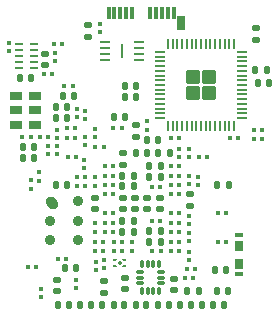
<source format=gbp>
%TF.GenerationSoftware,KiCad,Pcbnew,9.0.0*%
%TF.CreationDate,2025-04-07T10:45:10-04:00*%
%TF.ProjectId,Expansion_Card_Retrofit,45787061-6e73-4696-9f6e-5f436172645f,X1*%
%TF.SameCoordinates,Original*%
%TF.FileFunction,Paste,Bot*%
%TF.FilePolarity,Positive*%
%FSLAX45Y45*%
G04 Gerber Fmt 4.5, Leading zero omitted, Abs format (unit mm)*
G04 Created by KiCad (PCBNEW 9.0.0) date 2025-04-07 10:45:10*
%MOMM*%
%LPD*%
G01*
G04 APERTURE LIST*
G04 Aperture macros list*
%AMRoundRect*
0 Rectangle with rounded corners*
0 $1 Rounding radius*
0 $2 $3 $4 $5 $6 $7 $8 $9 X,Y pos of 4 corners*
0 Add a 4 corners polygon primitive as box body*
4,1,4,$2,$3,$4,$5,$6,$7,$8,$9,$2,$3,0*
0 Add four circle primitives for the rounded corners*
1,1,$1+$1,$2,$3*
1,1,$1+$1,$4,$5*
1,1,$1+$1,$6,$7*
1,1,$1+$1,$8,$9*
0 Add four rect primitives between the rounded corners*
20,1,$1+$1,$2,$3,$4,$5,0*
20,1,$1+$1,$4,$5,$6,$7,0*
20,1,$1+$1,$6,$7,$8,$9,0*
20,1,$1+$1,$8,$9,$2,$3,0*%
%AMHorizOval*
0 Thick line with rounded ends*
0 $1 width*
0 $2 $3 position (X,Y) of the first rounded end (center of the circle)*
0 $4 $5 position (X,Y) of the second rounded end (center of the circle)*
0 Add line between two ends*
20,1,$1,$2,$3,$4,$5,0*
0 Add two circle primitives to create the rounded ends*
1,1,$1,$2,$3*
1,1,$1,$4,$5*%
%AMFreePoly0*
4,1,18,-0.437500,0.050000,-0.433694,0.069134,-0.422855,0.085355,-0.406634,0.096194,-0.387500,0.100000,0.387500,0.100000,0.406634,0.096194,0.422855,0.085355,0.433694,0.069134,0.437500,0.050000,0.437500,-0.050000,0.387500,-0.100000,-0.387500,-0.100000,-0.406634,-0.096194,-0.422855,-0.085355,-0.433694,-0.069134,-0.437500,-0.050000,-0.437500,0.050000,-0.437500,0.050000,$1*%
%AMFreePoly1*
4,1,18,-0.437500,0.050000,-0.433694,0.069134,-0.422855,0.085355,-0.406634,0.096194,-0.387500,0.100000,0.387500,0.100000,0.437500,0.050000,0.437500,-0.050000,0.433694,-0.069134,0.422855,-0.085355,0.406634,-0.096194,0.387500,-0.100000,-0.387500,-0.100000,-0.406634,-0.096194,-0.422855,-0.085355,-0.433694,-0.069134,-0.437500,-0.050000,-0.437500,0.050000,-0.437500,0.050000,$1*%
%AMFreePoly2*
4,1,18,-0.100000,0.387500,-0.096194,0.406634,-0.085355,0.422855,-0.069134,0.433694,-0.050000,0.437500,0.050000,0.437500,0.069134,0.433694,0.085355,0.422855,0.096194,0.406634,0.100000,0.387500,0.100000,-0.387500,0.096194,-0.406634,0.085355,-0.422855,0.069134,-0.433694,0.050000,-0.437500,-0.050000,-0.437500,-0.100000,-0.387500,-0.100000,0.387500,-0.100000,0.387500,$1*%
%AMFreePoly3*
4,1,18,-0.100000,0.387500,-0.096194,0.406634,-0.085355,0.422855,-0.069134,0.433694,-0.050000,0.437500,0.050000,0.437500,0.069134,0.433694,0.085355,0.422855,0.096194,0.406634,0.100000,0.387500,0.100000,-0.387500,0.050000,-0.437500,-0.050000,-0.437500,-0.069134,-0.433694,-0.085355,-0.422855,-0.096194,-0.406634,-0.100000,-0.387500,-0.100000,0.387500,-0.100000,0.387500,$1*%
%AMFreePoly4*
4,1,18,-0.437500,0.050000,-0.387500,0.100000,0.387500,0.100000,0.406634,0.096194,0.422855,0.085355,0.433694,0.069134,0.437500,0.050000,0.437500,-0.050000,0.433694,-0.069134,0.422855,-0.085355,0.406634,-0.096194,0.387500,-0.100000,-0.387500,-0.100000,-0.406634,-0.096194,-0.422855,-0.085355,-0.433694,-0.069134,-0.437500,-0.050000,-0.437500,0.050000,-0.437500,0.050000,$1*%
%AMFreePoly5*
4,1,18,-0.437500,0.050000,-0.433694,0.069134,-0.422855,0.085355,-0.406634,0.096194,-0.387500,0.100000,0.387500,0.100000,0.406634,0.096194,0.422855,0.085355,0.433694,0.069134,0.437500,0.050000,0.437500,-0.050000,0.433694,-0.069134,0.422855,-0.085355,0.406634,-0.096194,0.387500,-0.100000,-0.387500,-0.100000,-0.437500,-0.050000,-0.437500,0.050000,-0.437500,0.050000,$1*%
%AMFreePoly6*
4,1,18,-0.100000,0.387500,-0.096194,0.406634,-0.085355,0.422855,-0.069134,0.433694,-0.050000,0.437500,0.050000,0.437500,0.100000,0.387500,0.100000,-0.387500,0.096194,-0.406634,0.085355,-0.422855,0.069134,-0.433694,0.050000,-0.437500,-0.050000,-0.437500,-0.069134,-0.433694,-0.085355,-0.422855,-0.096194,-0.406634,-0.100000,-0.387500,-0.100000,0.387500,-0.100000,0.387500,$1*%
%AMFreePoly7*
4,1,18,-0.100000,0.387500,-0.050000,0.437500,0.050000,0.437500,0.069134,0.433694,0.085355,0.422855,0.096194,0.406634,0.100000,0.387500,0.100000,-0.387500,0.096194,-0.406634,0.085355,-0.422855,0.069134,-0.433694,0.050000,-0.437500,-0.050000,-0.437500,-0.069134,-0.433694,-0.085355,-0.422855,-0.096194,-0.406634,-0.100000,-0.387500,-0.100000,0.387500,-0.100000,0.387500,$1*%
%AMFreePoly8*
4,1,10,0.210000,0.050000,0.050000,-0.110000,-0.160000,-0.110000,-0.195000,-0.095000,-0.210000,-0.060000,-0.210000,0.060000,-0.195000,0.095000,-0.160000,0.110000,0.210000,0.110000,0.210000,0.050000,0.210000,0.050000,$1*%
%AMFreePoly9*
4,1,10,0.210000,-0.050000,0.210000,-0.110000,-0.160000,-0.110000,-0.195000,-0.095000,-0.210000,-0.060000,-0.210000,0.060000,-0.195000,0.095000,-0.160000,0.110000,0.050000,0.110000,0.210000,-0.050000,0.210000,-0.050000,$1*%
%AMFreePoly10*
4,1,10,0.195000,0.095000,0.210000,0.060000,0.210000,-0.060000,0.195000,-0.095000,0.160000,-0.110000,-0.050000,-0.110000,-0.210000,0.050000,-0.210000,0.110000,0.160000,0.110000,0.195000,0.095000,0.195000,0.095000,$1*%
%AMFreePoly11*
4,1,10,0.195000,0.095000,0.210000,0.060000,0.210000,-0.060000,0.195000,-0.095000,0.160000,-0.110000,-0.210000,-0.110000,-0.210000,-0.050000,-0.050000,0.110000,0.160000,0.110000,0.195000,0.095000,0.195000,0.095000,$1*%
G04 Aperture macros list end*
%ADD10R,0.380000X1.000000*%
%ADD11R,0.700000X1.150000*%
%ADD12RoundRect,0.079500X-0.100500X0.079500X-0.100500X-0.079500X0.100500X-0.079500X0.100500X0.079500X0*%
%ADD13RoundRect,0.140000X-0.140000X-0.170000X0.140000X-0.170000X0.140000X0.170000X-0.140000X0.170000X0*%
%ADD14RoundRect,0.079500X-0.079500X-0.100500X0.079500X-0.100500X0.079500X0.100500X-0.079500X0.100500X0*%
%ADD15RoundRect,0.079500X0.079500X0.100500X-0.079500X0.100500X-0.079500X-0.100500X0.079500X-0.100500X0*%
%ADD16RoundRect,0.147500X-0.147500X-0.172500X0.147500X-0.172500X0.147500X0.172500X-0.147500X0.172500X0*%
%ADD17RoundRect,0.079500X0.100500X-0.079500X0.100500X0.079500X-0.100500X0.079500X-0.100500X-0.079500X0*%
%ADD18C,0.910000*%
%ADD19HorizOval,0.910000X-0.100000X0.100000X0.100000X-0.100000X0*%
%ADD20RoundRect,0.140000X0.140000X0.170000X-0.140000X0.170000X-0.140000X-0.170000X0.140000X-0.170000X0*%
%ADD21R,1.000000X0.700000*%
%ADD22RoundRect,0.147500X0.147500X0.172500X-0.147500X0.172500X-0.147500X-0.172500X0.147500X-0.172500X0*%
%ADD23RoundRect,0.040000X0.040000X0.605000X-0.040000X0.605000X-0.040000X-0.605000X0.040000X-0.605000X0*%
%ADD24RoundRect,0.062500X0.387500X0.062500X-0.387500X0.062500X-0.387500X-0.062500X0.387500X-0.062500X0*%
%ADD25RoundRect,0.140000X-0.170000X0.140000X-0.170000X-0.140000X0.170000X-0.140000X0.170000X0.140000X0*%
%ADD26R,0.650001X0.249999*%
%ADD27RoundRect,0.250000X-0.350000X0.350000X-0.350000X-0.350000X0.350000X-0.350000X0.350000X0.350000X0*%
%ADD28FreePoly0,270.000000*%
%ADD29RoundRect,0.050000X-0.050000X0.387500X-0.050000X-0.387500X0.050000X-0.387500X0.050000X0.387500X0*%
%ADD30FreePoly1,270.000000*%
%ADD31FreePoly2,270.000000*%
%ADD32RoundRect,0.050000X-0.387500X0.050000X-0.387500X-0.050000X0.387500X-0.050000X0.387500X0.050000X0*%
%ADD33FreePoly3,270.000000*%
%ADD34FreePoly4,270.000000*%
%ADD35FreePoly5,270.000000*%
%ADD36FreePoly6,270.000000*%
%ADD37FreePoly7,270.000000*%
%ADD38RoundRect,0.075000X-0.275000X0.390000X-0.275000X-0.390000X0.275000X-0.390000X0.275000X0.390000X0*%
%ADD39RoundRect,0.075000X-0.275000X0.075000X-0.275000X-0.075000X0.275000X-0.075000X0.275000X0.075000X0*%
%ADD40FreePoly8,180.000000*%
%ADD41FreePoly9,180.000000*%
%ADD42FreePoly10,180.000000*%
%ADD43FreePoly11,180.000000*%
%ADD44RoundRect,0.100000X0.106066X0.000000X0.000000X0.106066X-0.106066X0.000000X0.000000X-0.106066X0*%
%ADD45RoundRect,0.140000X0.170000X-0.140000X0.170000X0.140000X-0.170000X0.140000X-0.170000X-0.140000X0*%
%ADD46RoundRect,0.075000X0.275000X-0.390000X0.275000X0.390000X-0.275000X0.390000X-0.275000X-0.390000X0*%
%ADD47RoundRect,0.075000X0.275000X-0.075000X0.275000X0.075000X-0.275000X0.075000X-0.275000X-0.075000X0*%
%ADD48RoundRect,0.135000X0.185000X-0.135000X0.185000X0.135000X-0.185000X0.135000X-0.185000X-0.135000X0*%
%ADD49RoundRect,0.087500X-0.087500X0.225000X-0.087500X-0.225000X0.087500X-0.225000X0.087500X0.225000X0*%
%ADD50RoundRect,0.087500X-0.225000X0.087500X-0.225000X-0.087500X0.225000X-0.087500X0.225000X0.087500X0*%
G04 APERTURE END LIST*
D10*
%TO.C,P1*%
X1475000Y2551000D03*
X1425000Y2551000D03*
X1375000Y2551000D03*
X1325000Y2551000D03*
X1275000Y2551000D03*
X1125000Y2551000D03*
X1075000Y2551000D03*
X1025000Y2551000D03*
X975000Y2551000D03*
X925000Y2551000D03*
D11*
X1542000Y2467000D03*
%TD*%
D12*
%TO.C,R43*%
X887500Y467000D03*
X887500Y398000D03*
%TD*%
D13*
%TO.C,C66*%
X1844500Y1102500D03*
X1940500Y1102500D03*
%TD*%
D14*
%TO.C,C117*%
X1293500Y790000D03*
X1362500Y790000D03*
%TD*%
D13*
%TO.C,C21*%
X1592000Y205000D03*
X1688000Y205000D03*
%TD*%
D15*
%TO.C,C11*%
X264500Y1505000D03*
X195500Y1505000D03*
%TD*%
D16*
%TO.C,D10*%
X1619500Y85000D03*
X1716500Y85000D03*
%TD*%
D17*
%TO.C,C77*%
X1607500Y1336000D03*
X1607500Y1405000D03*
%TD*%
%TO.C,C71*%
X1607500Y623500D03*
X1607500Y692500D03*
%TD*%
D18*
%TO.C,MK1*%
X667000Y960000D03*
X667000Y795000D03*
X667000Y630000D03*
X433000Y630000D03*
X433000Y795000D03*
D19*
X443000Y950000D03*
%TD*%
D20*
%TO.C,C106*%
X1137000Y1086000D03*
X1041000Y1086000D03*
%TD*%
D17*
%TO.C,C53*%
X807500Y1503000D03*
X807500Y1572000D03*
%TD*%
D12*
%TO.C,R25*%
X486000Y1566500D03*
X486000Y1497500D03*
%TD*%
D13*
%TO.C,C103*%
X1042000Y790000D03*
X1138000Y790000D03*
%TD*%
D17*
%TO.C,C45*%
X1525000Y1338000D03*
X1525000Y1407000D03*
%TD*%
D21*
%TO.C,Y1*%
X140000Y1610000D03*
X140000Y1730000D03*
X140000Y1850000D03*
X300000Y1850000D03*
X300000Y1730000D03*
X300000Y1610000D03*
%TD*%
D22*
%TO.C,D5*%
X780000Y85000D03*
X683000Y85000D03*
%TD*%
D17*
%TO.C,C33*%
X648000Y223500D03*
X648000Y292500D03*
%TD*%
D14*
%TO.C,R15*%
X340500Y1505000D03*
X409500Y1505000D03*
%TD*%
D23*
%TO.C,U4*%
X1040250Y2235250D03*
D24*
X1182750Y2310250D03*
X1182750Y2260250D03*
X1182750Y2210250D03*
X1182750Y2160250D03*
X897750Y2160250D03*
X897750Y2210250D03*
X897750Y2260250D03*
X897750Y2310250D03*
%TD*%
D20*
%TO.C,C90*%
X575500Y1760000D03*
X479500Y1760000D03*
%TD*%
D13*
%TO.C,C86*%
X172000Y2007000D03*
X268000Y2007000D03*
%TD*%
D15*
%TO.C,C82*%
X647000Y1337500D03*
X578000Y1337500D03*
%TD*%
D14*
%TO.C,C91*%
X893000Y1177500D03*
X962000Y1177500D03*
%TD*%
D25*
%TO.C,C18*%
X890000Y283000D03*
X890000Y187000D03*
%TD*%
D15*
%TO.C,C29*%
X564500Y475000D03*
X495500Y475000D03*
%TD*%
D26*
%TO.C,U8*%
X165000Y2092500D03*
X165000Y2142500D03*
X165000Y2192500D03*
X165000Y2242500D03*
X165000Y2292500D03*
X290000Y2292500D03*
X290000Y2242500D03*
X290000Y2192500D03*
X290000Y2142500D03*
X290000Y2092500D03*
%TD*%
D12*
%TO.C,R40*%
X80000Y2299500D03*
X80000Y2230500D03*
%TD*%
%TO.C,R28*%
X340000Y1205000D03*
X340000Y1136000D03*
%TD*%
D17*
%TO.C,C28*%
X808000Y1093500D03*
X808000Y1162500D03*
%TD*%
%TO.C,C30*%
X807000Y704500D03*
X807000Y773500D03*
%TD*%
%TO.C,R4*%
X727500Y1433500D03*
X727500Y1502500D03*
%TD*%
D27*
%TO.C,U1*%
X1777500Y2015000D03*
X1637500Y2015000D03*
X1777500Y1875000D03*
X1637500Y1875000D03*
D28*
X1427500Y2288750D03*
D29*
X1467500Y2288750D03*
X1507500Y2288750D03*
X1547500Y2288750D03*
X1587500Y2288750D03*
X1627500Y2288750D03*
X1667500Y2288750D03*
X1707500Y2288750D03*
X1747500Y2288750D03*
X1787500Y2288750D03*
X1827500Y2288750D03*
X1867500Y2288750D03*
X1907500Y2288750D03*
X1947500Y2288750D03*
D30*
X1987500Y2288750D03*
D31*
X2051250Y2225000D03*
D32*
X2051250Y2185000D03*
X2051250Y2145000D03*
X2051250Y2105000D03*
X2051250Y2065000D03*
X2051250Y2025000D03*
X2051250Y1985000D03*
X2051250Y1945000D03*
X2051250Y1905000D03*
X2051250Y1865000D03*
X2051250Y1825000D03*
X2051250Y1785000D03*
X2051250Y1745000D03*
X2051250Y1705000D03*
D33*
X2051250Y1665000D03*
D34*
X1987500Y1601250D03*
D29*
X1947500Y1601250D03*
X1907500Y1601250D03*
X1867500Y1601250D03*
X1827500Y1601250D03*
X1787500Y1601250D03*
X1747500Y1601250D03*
X1707500Y1601250D03*
X1667500Y1601250D03*
X1627500Y1601250D03*
X1587500Y1601250D03*
X1547500Y1601250D03*
X1507500Y1601250D03*
X1467500Y1601250D03*
D35*
X1427500Y1601250D03*
D36*
X1363750Y1665000D03*
D32*
X1363750Y1705000D03*
X1363750Y1745000D03*
X1363750Y1785000D03*
X1363750Y1825000D03*
X1363750Y1865000D03*
X1363750Y1905000D03*
X1363750Y1945000D03*
X1363750Y1985000D03*
X1363750Y2025000D03*
X1363750Y2065000D03*
X1363750Y2105000D03*
X1363750Y2145000D03*
X1363750Y2185000D03*
D37*
X1363750Y2225000D03*
%TD*%
D15*
%TO.C,R30*%
X644500Y1577500D03*
X575500Y1577500D03*
%TD*%
%TO.C,R19*%
X1639500Y310000D03*
X1570500Y310000D03*
%TD*%
D17*
%TO.C,R22*%
X727500Y1653000D03*
X727500Y1722000D03*
%TD*%
D14*
%TO.C,C94*%
X1452500Y778000D03*
X1521500Y778000D03*
%TD*%
D25*
%TO.C,C34*%
X485000Y295500D03*
X485000Y199500D03*
%TD*%
D15*
%TO.C,C97*%
X1521500Y698000D03*
X1452500Y698000D03*
%TD*%
%TO.C,R39*%
X2224500Y1561000D03*
X2155500Y1561000D03*
%TD*%
D38*
%TO.C,D15*%
X2031000Y429500D03*
D39*
X2031000Y341000D03*
%TD*%
D20*
%TO.C,C12*%
X295500Y1420000D03*
X199500Y1420000D03*
%TD*%
D15*
%TO.C,R34*%
X2019500Y1495000D03*
X1950500Y1495000D03*
%TD*%
D14*
%TO.C,C98*%
X1452000Y1178000D03*
X1521000Y1178000D03*
%TD*%
%TO.C,C87*%
X460500Y2292500D03*
X529500Y2292500D03*
%TD*%
D13*
%TO.C,C73*%
X1826000Y381000D03*
X1922000Y381000D03*
%TD*%
D14*
%TO.C,C38*%
X813000Y1417500D03*
X882000Y1417500D03*
%TD*%
D13*
%TO.C,C74*%
X1844000Y205000D03*
X1940000Y205000D03*
%TD*%
D15*
%TO.C,C64*%
X642000Y1497500D03*
X573000Y1497500D03*
%TD*%
D17*
%TO.C,R26*%
X415000Y1357500D03*
X415000Y1426500D03*
%TD*%
D14*
%TO.C,C63*%
X965500Y1577500D03*
X1034500Y1577500D03*
%TD*%
D15*
%TO.C,C92*%
X1521500Y1258000D03*
X1452500Y1258000D03*
%TD*%
D20*
%TO.C,C14*%
X1158000Y1936000D03*
X1062000Y1936000D03*
%TD*%
D14*
%TO.C,C68*%
X1850500Y857500D03*
X1919500Y857500D03*
%TD*%
D20*
%TO.C,C26*%
X574000Y1102000D03*
X478000Y1102000D03*
%TD*%
D25*
%TO.C,C17*%
X1060000Y313000D03*
X1060000Y217000D03*
%TD*%
D14*
%TO.C,C111*%
X892500Y1018000D03*
X961500Y1018000D03*
%TD*%
D17*
%TO.C,C76*%
X1682500Y1098000D03*
X1682500Y1167000D03*
%TD*%
D15*
%TO.C,R20*%
X1654500Y385000D03*
X1585500Y385000D03*
%TD*%
%TO.C,C112*%
X962500Y858000D03*
X893500Y858000D03*
%TD*%
D22*
%TO.C,D2*%
X1342250Y85000D03*
X1245250Y85000D03*
%TD*%
D14*
%TO.C,R31*%
X551000Y1937500D03*
X620000Y1937500D03*
%TD*%
%TO.C,C96*%
X893500Y779000D03*
X962500Y779000D03*
%TD*%
D17*
%TO.C,C46*%
X850000Y2395500D03*
X850000Y2464500D03*
%TD*%
D15*
%TO.C,C75*%
X1759500Y1337500D03*
X1690500Y1337500D03*
%TD*%
%TO.C,R17*%
X314500Y405000D03*
X245500Y405000D03*
%TD*%
D25*
%TO.C,C107*%
X1253000Y991000D03*
X1253000Y895000D03*
%TD*%
D40*
%TO.C,U10*%
X1059000Y415000D03*
D41*
X1059000Y463000D03*
D42*
X981000Y415000D03*
D43*
X981000Y463000D03*
D44*
X1020000Y439000D03*
%TD*%
D45*
%TO.C,C40*%
X1050000Y1271500D03*
X1050000Y1367500D03*
%TD*%
D13*
%TO.C,C8*%
X2188000Y1961000D03*
X2284000Y1961000D03*
%TD*%
D20*
%TO.C,C13*%
X295000Y1327500D03*
X199000Y1327500D03*
%TD*%
D12*
%TO.C,R44*%
X817500Y447000D03*
X817500Y378000D03*
%TD*%
D20*
%TO.C,C35*%
X650500Y392500D03*
X554500Y392500D03*
%TD*%
D15*
%TO.C,R38*%
X2224500Y1490000D03*
X2155500Y1490000D03*
%TD*%
%TO.C,C32*%
X881500Y618000D03*
X812500Y618000D03*
%TD*%
%TO.C,C93*%
X963000Y698000D03*
X894000Y698000D03*
%TD*%
D45*
%TO.C,C57*%
X2170000Y2329500D03*
X2170000Y2425500D03*
%TD*%
D17*
%TO.C,C70*%
X1607500Y463000D03*
X1607500Y532000D03*
%TD*%
D14*
%TO.C,C31*%
X812500Y539000D03*
X881500Y539000D03*
%TD*%
D45*
%TO.C,C109*%
X1151000Y895000D03*
X1151000Y991000D03*
%TD*%
D17*
%TO.C,C19*%
X1127000Y543500D03*
X1127000Y612500D03*
%TD*%
D25*
%TO.C,C110*%
X1051000Y991000D03*
X1051000Y895000D03*
%TD*%
D45*
%TO.C,C108*%
X1358000Y895000D03*
X1358000Y991000D03*
%TD*%
D13*
%TO.C,C15*%
X1062000Y1842500D03*
X1158000Y1842500D03*
%TD*%
D17*
%TO.C,C69*%
X1607500Y770500D03*
X1607500Y839500D03*
%TD*%
D20*
%TO.C,C52*%
X636000Y1852500D03*
X540000Y1852500D03*
%TD*%
D25*
%TO.C,C65*%
X1615000Y1018000D03*
X1615000Y922000D03*
%TD*%
D45*
%TO.C,C47*%
X750000Y2355000D03*
X750000Y2451000D03*
%TD*%
D15*
%TO.C,R42*%
X727000Y1092500D03*
X658000Y1092500D03*
%TD*%
D46*
%TO.C,D16*%
X2032000Y582500D03*
D47*
X2032000Y671000D03*
%TD*%
D17*
%TO.C,R27*%
X270000Y1068000D03*
X270000Y1137000D03*
%TD*%
D15*
%TO.C,C23*%
X1521000Y538000D03*
X1452000Y538000D03*
%TD*%
D20*
%TO.C,C101*%
X1367000Y709000D03*
X1271000Y709000D03*
%TD*%
%TO.C,C42*%
X1068000Y1675000D03*
X972000Y1675000D03*
%TD*%
D22*
%TO.C,D4*%
X967250Y85000D03*
X870250Y85000D03*
%TD*%
D48*
%TO.C,R3*%
X1157500Y1506000D03*
X1157500Y1608000D03*
%TD*%
D15*
%TO.C,C116*%
X1362000Y1080000D03*
X1293000Y1080000D03*
%TD*%
D14*
%TO.C,C16*%
X972500Y539000D03*
X1041500Y539000D03*
%TD*%
D49*
%TO.C,U9*%
X1205000Y431250D03*
X1255000Y431250D03*
X1305000Y431250D03*
X1355000Y431250D03*
D50*
X1371250Y365000D03*
X1371250Y315000D03*
X1371250Y265000D03*
D49*
X1355000Y198750D03*
X1305000Y198750D03*
X1255000Y198750D03*
X1205000Y198750D03*
D50*
X1188750Y265000D03*
X1188750Y315000D03*
X1188750Y365000D03*
%TD*%
D15*
%TO.C,R41*%
X727000Y1167500D03*
X658000Y1167500D03*
%TD*%
D14*
%TO.C,C44*%
X1450500Y1497500D03*
X1519500Y1497500D03*
%TD*%
D20*
%TO.C,C105*%
X1367000Y1259000D03*
X1271000Y1259000D03*
%TD*%
D14*
%TO.C,C72*%
X1851000Y617500D03*
X1920000Y617500D03*
%TD*%
D17*
%TO.C,C43*%
X1252500Y1568000D03*
X1252500Y1637000D03*
%TD*%
D15*
%TO.C,C95*%
X962000Y1098000D03*
X893000Y1098000D03*
%TD*%
D25*
%TO.C,C22*%
X1480000Y303000D03*
X1480000Y207000D03*
%TD*%
D15*
%TO.C,R35*%
X444500Y2035000D03*
X375500Y2035000D03*
%TD*%
D13*
%TO.C,C104*%
X1271000Y617000D03*
X1367000Y617000D03*
%TD*%
%TO.C,C102*%
X1271000Y1167000D03*
X1367000Y1167000D03*
%TD*%
D20*
%TO.C,C89*%
X575500Y1665000D03*
X479500Y1665000D03*
%TD*%
D14*
%TO.C,C37*%
X893000Y1257500D03*
X962000Y1257500D03*
%TD*%
D16*
%TO.C,D11*%
X1807000Y85000D03*
X1904000Y85000D03*
%TD*%
D17*
%TO.C,C36*%
X487500Y1358000D03*
X487500Y1427000D03*
%TD*%
D22*
%TO.C,D1*%
X1529750Y85000D03*
X1432750Y85000D03*
%TD*%
D45*
%TO.C,C27*%
X809000Y895000D03*
X809000Y991000D03*
%TD*%
D12*
%TO.C,C67*%
X1607500Y1172500D03*
X1607500Y1103500D03*
%TD*%
%TO.C,R12*%
X350000Y221500D03*
X350000Y152500D03*
%TD*%
D17*
%TO.C,R29*%
X655000Y1675500D03*
X655000Y1744500D03*
%TD*%
D20*
%TO.C,C100*%
X1138000Y698000D03*
X1042000Y698000D03*
%TD*%
D15*
%TO.C,C25*%
X1365500Y536000D03*
X1296500Y536000D03*
%TD*%
D22*
%TO.C,D6*%
X592500Y85000D03*
X495500Y85000D03*
%TD*%
D14*
%TO.C,C24*%
X1452000Y619000D03*
X1521000Y619000D03*
%TD*%
D13*
%TO.C,C41*%
X1345000Y1367500D03*
X1441000Y1367500D03*
%TD*%
D14*
%TO.C,C114*%
X1452000Y1019000D03*
X1521000Y1019000D03*
%TD*%
D13*
%TO.C,C99*%
X1041000Y1177500D03*
X1137000Y1177500D03*
%TD*%
D12*
%TO.C,R24*%
X470000Y2219500D03*
X470000Y2150500D03*
%TD*%
D20*
%TO.C,C7*%
X2263000Y2072500D03*
X2167000Y2072500D03*
%TD*%
D15*
%TO.C,C20*%
X1041500Y617000D03*
X972500Y617000D03*
%TD*%
%TO.C,C115*%
X1522000Y858000D03*
X1453000Y858000D03*
%TD*%
D25*
%TO.C,C88*%
X387500Y2210500D03*
X387500Y2114500D03*
%TD*%
D22*
%TO.C,D3*%
X1154750Y85000D03*
X1057750Y85000D03*
%TD*%
D13*
%TO.C,C39*%
X1154500Y1367500D03*
X1250500Y1367500D03*
%TD*%
%TO.C,C6*%
X1249000Y1480000D03*
X1345000Y1480000D03*
%TD*%
D12*
%TO.C,R16*%
X717000Y1307500D03*
X717000Y1238500D03*
%TD*%
D15*
%TO.C,C113*%
X1521500Y1098000D03*
X1452500Y1098000D03*
%TD*%
M02*

</source>
